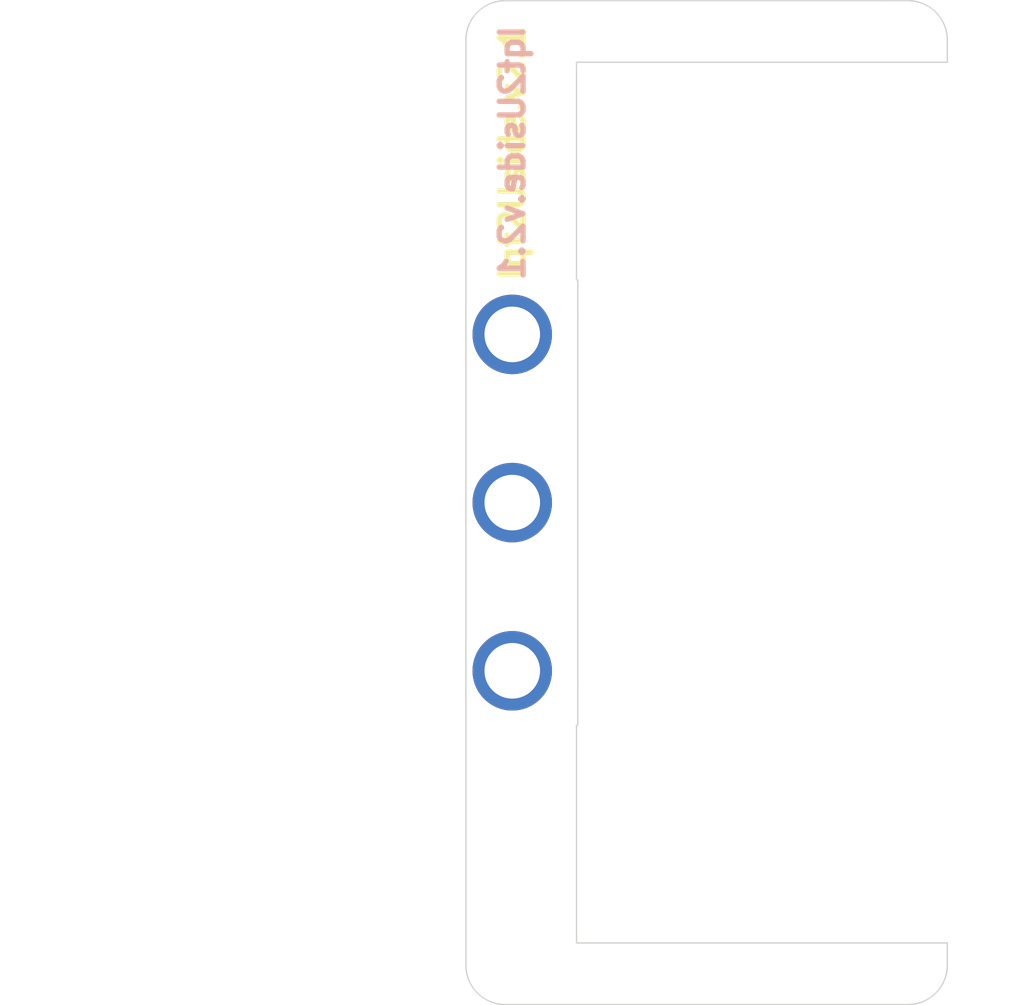
<source format=kicad_pcb>
(kicad_pcb (version 20171130) (host pcbnew "(5.1.6)-1")

  (general
    (thickness 1.6)
    (drawings 22)
    (tracks 0)
    (zones 0)
    (modules 3)
    (nets 1)
  )

  (page A4)
  (layers
    (0 F.Cu signal)
    (31 B.Cu signal)
    (32 B.Adhes user)
    (33 F.Adhes user)
    (34 B.Paste user)
    (35 F.Paste user)
    (36 B.SilkS user)
    (37 F.SilkS user)
    (38 B.Mask user)
    (39 F.Mask user)
    (40 Dwgs.User user)
    (41 Cmts.User user)
    (42 Eco1.User user)
    (43 Eco2.User user)
    (44 Edge.Cuts user)
    (45 Margin user)
    (46 B.CrtYd user)
    (47 F.CrtYd user)
    (48 B.Fab user)
    (49 F.Fab user)
  )

  (setup
    (last_trace_width 0.25)
    (trace_clearance 0.2)
    (zone_clearance 0.508)
    (zone_45_only no)
    (trace_min 0.2)
    (via_size 0.8)
    (via_drill 0.4)
    (via_min_size 0.4)
    (via_min_drill 0.3)
    (uvia_size 0.3)
    (uvia_drill 0.1)
    (uvias_allowed no)
    (uvia_min_size 0.2)
    (uvia_min_drill 0.1)
    (edge_width 0.05)
    (segment_width 0.2)
    (pcb_text_width 0.3)
    (pcb_text_size 1.5 1.5)
    (mod_edge_width 0.12)
    (mod_text_size 1 1)
    (mod_text_width 0.15)
    (pad_size 1.524 1.524)
    (pad_drill 0.762)
    (pad_to_mask_clearance 0.051)
    (solder_mask_min_width 0.25)
    (aux_axis_origin 0 0)
    (visible_elements 7FFFFFFF)
    (pcbplotparams
      (layerselection 0x010f0_ffffffff)
      (usegerberextensions true)
      (usegerberattributes false)
      (usegerberadvancedattributes false)
      (creategerberjobfile false)
      (excludeedgelayer true)
      (linewidth 0.100000)
      (plotframeref false)
      (viasonmask false)
      (mode 1)
      (useauxorigin false)
      (hpglpennumber 1)
      (hpglpenspeed 20)
      (hpglpendiameter 15.000000)
      (psnegative false)
      (psa4output false)
      (plotreference true)
      (plotvalue true)
      (plotinvisibletext false)
      (padsonsilk false)
      (subtractmaskfromsilk true)
      (outputformat 1)
      (mirror false)
      (drillshape 0)
      (scaleselection 1)
      (outputdirectory "../GERBER/v2.1/I-quamoclit-top_2U_side.v2.1"))
  )

  (net 0 "")

  (net_class Default "これはデフォルトのネット クラスです。"
    (clearance 0.2)
    (trace_width 0.25)
    (via_dia 0.8)
    (via_drill 0.4)
    (uvia_dia 0.3)
    (uvia_drill 0.1)
  )

  (module Ipomoea-library:Ipomoea-quamoclit_Base_SCREW_HOLE_2.1_TH_3.0 (layer F.Cu) (tedit 5F6CA9B0) (tstamp 5F6B5978)
    (at -9.525 0)
    (fp_text reference REF** (at 0 3.175) (layer Dwgs.User)
      (effects (font (size 1 1) (thickness 0.15)))
    )
    (fp_text value Ipomoea-quamoclit_Base_SCREW_HOLE_2.1_TH_3.0 (at 0 -3.175) (layer F.Fab)
      (effects (font (size 1 1) (thickness 0.15)))
    )
    (pad "" thru_hole circle (at 0 0) (size 3 3) (drill 2.1) (layers *.Cu *.Mask))
  )

  (module Ipomoea-library:Ipomoea-quamoclit_Base_SCREW_HOLE_2.1_TH_3.0 (layer F.Cu) (tedit 5F6CA9B0) (tstamp 5F6B5974)
    (at -9.525 6.35)
    (fp_text reference REF** (at 0 3.175) (layer Dwgs.User)
      (effects (font (size 1 1) (thickness 0.15)))
    )
    (fp_text value Ipomoea-quamoclit_Base_SCREW_HOLE_2.1_TH_3.0 (at 0 -3.175) (layer F.Fab)
      (effects (font (size 1 1) (thickness 0.15)))
    )
    (pad "" thru_hole circle (at 0 0) (size 3 3) (drill 2.1) (layers *.Cu *.Mask))
  )

  (module Ipomoea-library:Ipomoea-quamoclit_Base_SCREW_HOLE_2.1_TH_3.0 (layer F.Cu) (tedit 5F6CA9B0) (tstamp 5F6B5970)
    (at -9.525 -6.35)
    (fp_text reference REF** (at 0 3.175) (layer Dwgs.User)
      (effects (font (size 1 1) (thickness 0.15)))
    )
    (fp_text value Ipomoea-quamoclit_Base_SCREW_HOLE_2.1_TH_3.0 (at 0 -3.175) (layer F.Fab)
      (effects (font (size 1 1) (thickness 0.15)))
    )
    (pad "" thru_hole circle (at 0 0) (size 3 3) (drill 2.1) (layers *.Cu *.Mask))
  )

  (gr_line (start -11.275 -17.4625) (end -11.275 17.4625) (layer Edge.Cuts) (width 0.05) (tstamp 5F6B59E4))
  (gr_text Iqt2Uside.v2.1 (at -9.525 -13.2 90) (layer B.SilkS) (tstamp 5F01C39F)
    (effects (font (size 0.9 0.9) (thickness 0.2)) (justify mirror))
  )
  (gr_text Iqt2Uside.v2.1 (at -9.525 -13.2 90) (layer F.SilkS) (tstamp 5F01C3A0)
    (effects (font (size 0.9 0.9) (thickness 0.2)))
  )
  (gr_line (start -7.05 8.4106) (end -7.1 8.4106) (layer Edge.Cuts) (width 0.05) (tstamp 5F0CDA60))
  (gr_line (start -7.1 -8.4106) (end -7.05 -8.4106) (layer Edge.Cuts) (width 0.05) (tstamp 5F0CDA56))
  (gr_line (start -7.05 -7.05) (end -7.05 -8.4106) (layer Edge.Cuts) (width 0.05) (tstamp 5EFC9117))
  (gr_line (start -7.05 8.4106) (end -7.05 7.05) (layer Edge.Cuts) (width 0.05) (tstamp 5EFC9114))
  (gr_line (start -7.1 -8.4106) (end -7.1 -16.625) (layer Edge.Cuts) (width 0.05) (tstamp 5EFC9066))
  (gr_line (start -7.05 7.05) (end -7.05 -7.05) (layer Edge.Cuts) (width 0.05) (tstamp 5EFC9065))
  (gr_line (start -7.1 8.4106) (end -7.1 16.625) (layer Edge.Cuts) (width 0.05) (tstamp 5EFC905B))
  (gr_line (start 6.9 -16.625) (end -7.1 -16.625) (layer Edge.Cuts) (width 0.05) (tstamp 5EFC905A))
  (gr_line (start -7.1 16.625) (end 6.9 16.625) (layer Edge.Cuts) (width 0.05) (tstamp 5EFC9057))
  (gr_line (start 6.9 17.4625) (end 6.9 16.625) (layer Edge.Cuts) (width 0.05) (tstamp 5EF8AF9E))
  (gr_line (start 6.9 -16.625) (end 6.9 -17.4625) (layer Edge.Cuts) (width 0.05) (tstamp 5EF8AF96))
  (gr_line (start 4.575 -18.95) (end -9.625 -18.95) (layer Edge.Cuts) (width 0.05) (tstamp 5EF8AFA3))
  (gr_line (start 4.575 -18.95) (end 5.4125 -18.95) (layer Edge.Cuts) (width 0.05) (tstamp 5EF8AFA2))
  (gr_arc (start 5.4125 -17.4625) (end 6.9 -17.4625) (angle -90) (layer Edge.Cuts) (width 0.05) (tstamp 5EF8AFA1))
  (gr_arc (start -9.7875 -17.4625) (end -9.7875 -18.95) (angle -90) (layer Edge.Cuts) (width 0.05) (tstamp 5EF8AFA0))
  (gr_arc (start -9.7875 17.4625) (end -11.275 17.4625) (angle -90) (layer Edge.Cuts) (width 0.05) (tstamp 5EF8AF9F))
  (gr_line (start -9.7875 -18.95) (end -9.625 -18.95) (layer Edge.Cuts) (width 0.05) (tstamp 5EF8AF9D))
  (gr_arc (start 5.4125 17.4625) (end 5.4125 18.95) (angle -90) (layer Edge.Cuts) (width 0.05) (tstamp 5EF8AF9C))
  (gr_line (start -9.7875 18.95) (end 5.4125 18.95) (layer Edge.Cuts) (width 0.05) (tstamp 5EF8AF97))

)

</source>
